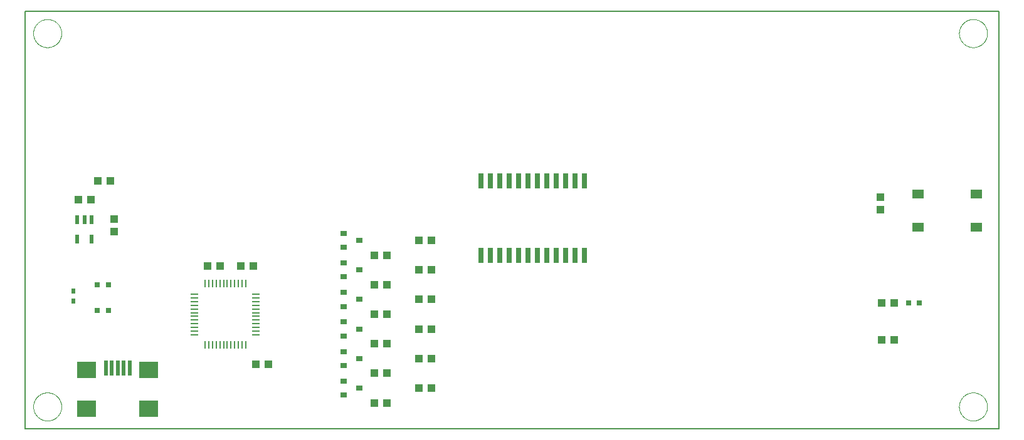
<source format=gtp>
G75*
%MOIN*%
%OFA0B0*%
%FSLAX25Y25*%
%IPPOS*%
%LPD*%
%AMOC8*
5,1,8,0,0,1.08239X$1,22.5*
%
%ADD10C,0.00787*%
%ADD11C,0.00000*%
%ADD12R,0.03937X0.04331*%
%ADD13R,0.04331X0.03937*%
%ADD14R,0.02600X0.08000*%
%ADD15R,0.01142X0.04449*%
%ADD16R,0.04449X0.01142*%
%ADD17R,0.06102X0.05118*%
%ADD18R,0.01969X0.07874*%
%ADD19R,0.09843X0.08661*%
%ADD20R,0.03543X0.03150*%
%ADD21R,0.02362X0.04724*%
%ADD22R,0.03150X0.03150*%
%ADD23R,0.01969X0.02756*%
D10*
X0001394Y0002628D02*
X0001394Y0225069D01*
X0519110Y0225069D01*
X0519110Y0002628D01*
X0001394Y0002628D01*
D11*
X0005725Y0014439D02*
X0005727Y0014623D01*
X0005734Y0014806D01*
X0005745Y0014989D01*
X0005761Y0015172D01*
X0005781Y0015355D01*
X0005806Y0015537D01*
X0005835Y0015718D01*
X0005869Y0015898D01*
X0005907Y0016078D01*
X0005949Y0016256D01*
X0005996Y0016434D01*
X0006047Y0016610D01*
X0006103Y0016785D01*
X0006162Y0016959D01*
X0006226Y0017131D01*
X0006294Y0017301D01*
X0006367Y0017470D01*
X0006443Y0017637D01*
X0006524Y0017802D01*
X0006608Y0017965D01*
X0006697Y0018126D01*
X0006789Y0018284D01*
X0006885Y0018441D01*
X0006986Y0018595D01*
X0007089Y0018746D01*
X0007197Y0018895D01*
X0007308Y0019041D01*
X0007423Y0019184D01*
X0007541Y0019325D01*
X0007663Y0019462D01*
X0007788Y0019597D01*
X0007916Y0019728D01*
X0008047Y0019856D01*
X0008182Y0019981D01*
X0008319Y0020103D01*
X0008460Y0020221D01*
X0008603Y0020336D01*
X0008749Y0020447D01*
X0008898Y0020555D01*
X0009049Y0020658D01*
X0009203Y0020759D01*
X0009360Y0020855D01*
X0009518Y0020947D01*
X0009679Y0021036D01*
X0009842Y0021120D01*
X0010007Y0021201D01*
X0010174Y0021277D01*
X0010343Y0021350D01*
X0010513Y0021418D01*
X0010685Y0021482D01*
X0010859Y0021541D01*
X0011034Y0021597D01*
X0011210Y0021648D01*
X0011388Y0021695D01*
X0011566Y0021737D01*
X0011746Y0021775D01*
X0011926Y0021809D01*
X0012107Y0021838D01*
X0012289Y0021863D01*
X0012472Y0021883D01*
X0012655Y0021899D01*
X0012838Y0021910D01*
X0013021Y0021917D01*
X0013205Y0021919D01*
X0013389Y0021917D01*
X0013572Y0021910D01*
X0013755Y0021899D01*
X0013938Y0021883D01*
X0014121Y0021863D01*
X0014303Y0021838D01*
X0014484Y0021809D01*
X0014664Y0021775D01*
X0014844Y0021737D01*
X0015022Y0021695D01*
X0015200Y0021648D01*
X0015376Y0021597D01*
X0015551Y0021541D01*
X0015725Y0021482D01*
X0015897Y0021418D01*
X0016067Y0021350D01*
X0016236Y0021277D01*
X0016403Y0021201D01*
X0016568Y0021120D01*
X0016731Y0021036D01*
X0016892Y0020947D01*
X0017050Y0020855D01*
X0017207Y0020759D01*
X0017361Y0020658D01*
X0017512Y0020555D01*
X0017661Y0020447D01*
X0017807Y0020336D01*
X0017950Y0020221D01*
X0018091Y0020103D01*
X0018228Y0019981D01*
X0018363Y0019856D01*
X0018494Y0019728D01*
X0018622Y0019597D01*
X0018747Y0019462D01*
X0018869Y0019325D01*
X0018987Y0019184D01*
X0019102Y0019041D01*
X0019213Y0018895D01*
X0019321Y0018746D01*
X0019424Y0018595D01*
X0019525Y0018441D01*
X0019621Y0018284D01*
X0019713Y0018126D01*
X0019802Y0017965D01*
X0019886Y0017802D01*
X0019967Y0017637D01*
X0020043Y0017470D01*
X0020116Y0017301D01*
X0020184Y0017131D01*
X0020248Y0016959D01*
X0020307Y0016785D01*
X0020363Y0016610D01*
X0020414Y0016434D01*
X0020461Y0016256D01*
X0020503Y0016078D01*
X0020541Y0015898D01*
X0020575Y0015718D01*
X0020604Y0015537D01*
X0020629Y0015355D01*
X0020649Y0015172D01*
X0020665Y0014989D01*
X0020676Y0014806D01*
X0020683Y0014623D01*
X0020685Y0014439D01*
X0020683Y0014255D01*
X0020676Y0014072D01*
X0020665Y0013889D01*
X0020649Y0013706D01*
X0020629Y0013523D01*
X0020604Y0013341D01*
X0020575Y0013160D01*
X0020541Y0012980D01*
X0020503Y0012800D01*
X0020461Y0012622D01*
X0020414Y0012444D01*
X0020363Y0012268D01*
X0020307Y0012093D01*
X0020248Y0011919D01*
X0020184Y0011747D01*
X0020116Y0011577D01*
X0020043Y0011408D01*
X0019967Y0011241D01*
X0019886Y0011076D01*
X0019802Y0010913D01*
X0019713Y0010752D01*
X0019621Y0010594D01*
X0019525Y0010437D01*
X0019424Y0010283D01*
X0019321Y0010132D01*
X0019213Y0009983D01*
X0019102Y0009837D01*
X0018987Y0009694D01*
X0018869Y0009553D01*
X0018747Y0009416D01*
X0018622Y0009281D01*
X0018494Y0009150D01*
X0018363Y0009022D01*
X0018228Y0008897D01*
X0018091Y0008775D01*
X0017950Y0008657D01*
X0017807Y0008542D01*
X0017661Y0008431D01*
X0017512Y0008323D01*
X0017361Y0008220D01*
X0017207Y0008119D01*
X0017050Y0008023D01*
X0016892Y0007931D01*
X0016731Y0007842D01*
X0016568Y0007758D01*
X0016403Y0007677D01*
X0016236Y0007601D01*
X0016067Y0007528D01*
X0015897Y0007460D01*
X0015725Y0007396D01*
X0015551Y0007337D01*
X0015376Y0007281D01*
X0015200Y0007230D01*
X0015022Y0007183D01*
X0014844Y0007141D01*
X0014664Y0007103D01*
X0014484Y0007069D01*
X0014303Y0007040D01*
X0014121Y0007015D01*
X0013938Y0006995D01*
X0013755Y0006979D01*
X0013572Y0006968D01*
X0013389Y0006961D01*
X0013205Y0006959D01*
X0013021Y0006961D01*
X0012838Y0006968D01*
X0012655Y0006979D01*
X0012472Y0006995D01*
X0012289Y0007015D01*
X0012107Y0007040D01*
X0011926Y0007069D01*
X0011746Y0007103D01*
X0011566Y0007141D01*
X0011388Y0007183D01*
X0011210Y0007230D01*
X0011034Y0007281D01*
X0010859Y0007337D01*
X0010685Y0007396D01*
X0010513Y0007460D01*
X0010343Y0007528D01*
X0010174Y0007601D01*
X0010007Y0007677D01*
X0009842Y0007758D01*
X0009679Y0007842D01*
X0009518Y0007931D01*
X0009360Y0008023D01*
X0009203Y0008119D01*
X0009049Y0008220D01*
X0008898Y0008323D01*
X0008749Y0008431D01*
X0008603Y0008542D01*
X0008460Y0008657D01*
X0008319Y0008775D01*
X0008182Y0008897D01*
X0008047Y0009022D01*
X0007916Y0009150D01*
X0007788Y0009281D01*
X0007663Y0009416D01*
X0007541Y0009553D01*
X0007423Y0009694D01*
X0007308Y0009837D01*
X0007197Y0009983D01*
X0007089Y0010132D01*
X0006986Y0010283D01*
X0006885Y0010437D01*
X0006789Y0010594D01*
X0006697Y0010752D01*
X0006608Y0010913D01*
X0006524Y0011076D01*
X0006443Y0011241D01*
X0006367Y0011408D01*
X0006294Y0011577D01*
X0006226Y0011747D01*
X0006162Y0011919D01*
X0006103Y0012093D01*
X0006047Y0012268D01*
X0005996Y0012444D01*
X0005949Y0012622D01*
X0005907Y0012800D01*
X0005869Y0012980D01*
X0005835Y0013160D01*
X0005806Y0013341D01*
X0005781Y0013523D01*
X0005761Y0013706D01*
X0005745Y0013889D01*
X0005734Y0014072D01*
X0005727Y0014255D01*
X0005725Y0014439D01*
X0005725Y0213258D02*
X0005727Y0213442D01*
X0005734Y0213625D01*
X0005745Y0213808D01*
X0005761Y0213991D01*
X0005781Y0214174D01*
X0005806Y0214356D01*
X0005835Y0214537D01*
X0005869Y0214717D01*
X0005907Y0214897D01*
X0005949Y0215075D01*
X0005996Y0215253D01*
X0006047Y0215429D01*
X0006103Y0215604D01*
X0006162Y0215778D01*
X0006226Y0215950D01*
X0006294Y0216120D01*
X0006367Y0216289D01*
X0006443Y0216456D01*
X0006524Y0216621D01*
X0006608Y0216784D01*
X0006697Y0216945D01*
X0006789Y0217103D01*
X0006885Y0217260D01*
X0006986Y0217414D01*
X0007089Y0217565D01*
X0007197Y0217714D01*
X0007308Y0217860D01*
X0007423Y0218003D01*
X0007541Y0218144D01*
X0007663Y0218281D01*
X0007788Y0218416D01*
X0007916Y0218547D01*
X0008047Y0218675D01*
X0008182Y0218800D01*
X0008319Y0218922D01*
X0008460Y0219040D01*
X0008603Y0219155D01*
X0008749Y0219266D01*
X0008898Y0219374D01*
X0009049Y0219477D01*
X0009203Y0219578D01*
X0009360Y0219674D01*
X0009518Y0219766D01*
X0009679Y0219855D01*
X0009842Y0219939D01*
X0010007Y0220020D01*
X0010174Y0220096D01*
X0010343Y0220169D01*
X0010513Y0220237D01*
X0010685Y0220301D01*
X0010859Y0220360D01*
X0011034Y0220416D01*
X0011210Y0220467D01*
X0011388Y0220514D01*
X0011566Y0220556D01*
X0011746Y0220594D01*
X0011926Y0220628D01*
X0012107Y0220657D01*
X0012289Y0220682D01*
X0012472Y0220702D01*
X0012655Y0220718D01*
X0012838Y0220729D01*
X0013021Y0220736D01*
X0013205Y0220738D01*
X0013389Y0220736D01*
X0013572Y0220729D01*
X0013755Y0220718D01*
X0013938Y0220702D01*
X0014121Y0220682D01*
X0014303Y0220657D01*
X0014484Y0220628D01*
X0014664Y0220594D01*
X0014844Y0220556D01*
X0015022Y0220514D01*
X0015200Y0220467D01*
X0015376Y0220416D01*
X0015551Y0220360D01*
X0015725Y0220301D01*
X0015897Y0220237D01*
X0016067Y0220169D01*
X0016236Y0220096D01*
X0016403Y0220020D01*
X0016568Y0219939D01*
X0016731Y0219855D01*
X0016892Y0219766D01*
X0017050Y0219674D01*
X0017207Y0219578D01*
X0017361Y0219477D01*
X0017512Y0219374D01*
X0017661Y0219266D01*
X0017807Y0219155D01*
X0017950Y0219040D01*
X0018091Y0218922D01*
X0018228Y0218800D01*
X0018363Y0218675D01*
X0018494Y0218547D01*
X0018622Y0218416D01*
X0018747Y0218281D01*
X0018869Y0218144D01*
X0018987Y0218003D01*
X0019102Y0217860D01*
X0019213Y0217714D01*
X0019321Y0217565D01*
X0019424Y0217414D01*
X0019525Y0217260D01*
X0019621Y0217103D01*
X0019713Y0216945D01*
X0019802Y0216784D01*
X0019886Y0216621D01*
X0019967Y0216456D01*
X0020043Y0216289D01*
X0020116Y0216120D01*
X0020184Y0215950D01*
X0020248Y0215778D01*
X0020307Y0215604D01*
X0020363Y0215429D01*
X0020414Y0215253D01*
X0020461Y0215075D01*
X0020503Y0214897D01*
X0020541Y0214717D01*
X0020575Y0214537D01*
X0020604Y0214356D01*
X0020629Y0214174D01*
X0020649Y0213991D01*
X0020665Y0213808D01*
X0020676Y0213625D01*
X0020683Y0213442D01*
X0020685Y0213258D01*
X0020683Y0213074D01*
X0020676Y0212891D01*
X0020665Y0212708D01*
X0020649Y0212525D01*
X0020629Y0212342D01*
X0020604Y0212160D01*
X0020575Y0211979D01*
X0020541Y0211799D01*
X0020503Y0211619D01*
X0020461Y0211441D01*
X0020414Y0211263D01*
X0020363Y0211087D01*
X0020307Y0210912D01*
X0020248Y0210738D01*
X0020184Y0210566D01*
X0020116Y0210396D01*
X0020043Y0210227D01*
X0019967Y0210060D01*
X0019886Y0209895D01*
X0019802Y0209732D01*
X0019713Y0209571D01*
X0019621Y0209413D01*
X0019525Y0209256D01*
X0019424Y0209102D01*
X0019321Y0208951D01*
X0019213Y0208802D01*
X0019102Y0208656D01*
X0018987Y0208513D01*
X0018869Y0208372D01*
X0018747Y0208235D01*
X0018622Y0208100D01*
X0018494Y0207969D01*
X0018363Y0207841D01*
X0018228Y0207716D01*
X0018091Y0207594D01*
X0017950Y0207476D01*
X0017807Y0207361D01*
X0017661Y0207250D01*
X0017512Y0207142D01*
X0017361Y0207039D01*
X0017207Y0206938D01*
X0017050Y0206842D01*
X0016892Y0206750D01*
X0016731Y0206661D01*
X0016568Y0206577D01*
X0016403Y0206496D01*
X0016236Y0206420D01*
X0016067Y0206347D01*
X0015897Y0206279D01*
X0015725Y0206215D01*
X0015551Y0206156D01*
X0015376Y0206100D01*
X0015200Y0206049D01*
X0015022Y0206002D01*
X0014844Y0205960D01*
X0014664Y0205922D01*
X0014484Y0205888D01*
X0014303Y0205859D01*
X0014121Y0205834D01*
X0013938Y0205814D01*
X0013755Y0205798D01*
X0013572Y0205787D01*
X0013389Y0205780D01*
X0013205Y0205778D01*
X0013021Y0205780D01*
X0012838Y0205787D01*
X0012655Y0205798D01*
X0012472Y0205814D01*
X0012289Y0205834D01*
X0012107Y0205859D01*
X0011926Y0205888D01*
X0011746Y0205922D01*
X0011566Y0205960D01*
X0011388Y0206002D01*
X0011210Y0206049D01*
X0011034Y0206100D01*
X0010859Y0206156D01*
X0010685Y0206215D01*
X0010513Y0206279D01*
X0010343Y0206347D01*
X0010174Y0206420D01*
X0010007Y0206496D01*
X0009842Y0206577D01*
X0009679Y0206661D01*
X0009518Y0206750D01*
X0009360Y0206842D01*
X0009203Y0206938D01*
X0009049Y0207039D01*
X0008898Y0207142D01*
X0008749Y0207250D01*
X0008603Y0207361D01*
X0008460Y0207476D01*
X0008319Y0207594D01*
X0008182Y0207716D01*
X0008047Y0207841D01*
X0007916Y0207969D01*
X0007788Y0208100D01*
X0007663Y0208235D01*
X0007541Y0208372D01*
X0007423Y0208513D01*
X0007308Y0208656D01*
X0007197Y0208802D01*
X0007089Y0208951D01*
X0006986Y0209102D01*
X0006885Y0209256D01*
X0006789Y0209413D01*
X0006697Y0209571D01*
X0006608Y0209732D01*
X0006524Y0209895D01*
X0006443Y0210060D01*
X0006367Y0210227D01*
X0006294Y0210396D01*
X0006226Y0210566D01*
X0006162Y0210738D01*
X0006103Y0210912D01*
X0006047Y0211087D01*
X0005996Y0211263D01*
X0005949Y0211441D01*
X0005907Y0211619D01*
X0005869Y0211799D01*
X0005835Y0211979D01*
X0005806Y0212160D01*
X0005781Y0212342D01*
X0005761Y0212525D01*
X0005745Y0212708D01*
X0005734Y0212891D01*
X0005727Y0213074D01*
X0005725Y0213258D01*
X0497851Y0213258D02*
X0497853Y0213442D01*
X0497860Y0213625D01*
X0497871Y0213808D01*
X0497887Y0213991D01*
X0497907Y0214174D01*
X0497932Y0214356D01*
X0497961Y0214537D01*
X0497995Y0214717D01*
X0498033Y0214897D01*
X0498075Y0215075D01*
X0498122Y0215253D01*
X0498173Y0215429D01*
X0498229Y0215604D01*
X0498288Y0215778D01*
X0498352Y0215950D01*
X0498420Y0216120D01*
X0498493Y0216289D01*
X0498569Y0216456D01*
X0498650Y0216621D01*
X0498734Y0216784D01*
X0498823Y0216945D01*
X0498915Y0217103D01*
X0499011Y0217260D01*
X0499112Y0217414D01*
X0499215Y0217565D01*
X0499323Y0217714D01*
X0499434Y0217860D01*
X0499549Y0218003D01*
X0499667Y0218144D01*
X0499789Y0218281D01*
X0499914Y0218416D01*
X0500042Y0218547D01*
X0500173Y0218675D01*
X0500308Y0218800D01*
X0500445Y0218922D01*
X0500586Y0219040D01*
X0500729Y0219155D01*
X0500875Y0219266D01*
X0501024Y0219374D01*
X0501175Y0219477D01*
X0501329Y0219578D01*
X0501486Y0219674D01*
X0501644Y0219766D01*
X0501805Y0219855D01*
X0501968Y0219939D01*
X0502133Y0220020D01*
X0502300Y0220096D01*
X0502469Y0220169D01*
X0502639Y0220237D01*
X0502811Y0220301D01*
X0502985Y0220360D01*
X0503160Y0220416D01*
X0503336Y0220467D01*
X0503514Y0220514D01*
X0503692Y0220556D01*
X0503872Y0220594D01*
X0504052Y0220628D01*
X0504233Y0220657D01*
X0504415Y0220682D01*
X0504598Y0220702D01*
X0504781Y0220718D01*
X0504964Y0220729D01*
X0505147Y0220736D01*
X0505331Y0220738D01*
X0505515Y0220736D01*
X0505698Y0220729D01*
X0505881Y0220718D01*
X0506064Y0220702D01*
X0506247Y0220682D01*
X0506429Y0220657D01*
X0506610Y0220628D01*
X0506790Y0220594D01*
X0506970Y0220556D01*
X0507148Y0220514D01*
X0507326Y0220467D01*
X0507502Y0220416D01*
X0507677Y0220360D01*
X0507851Y0220301D01*
X0508023Y0220237D01*
X0508193Y0220169D01*
X0508362Y0220096D01*
X0508529Y0220020D01*
X0508694Y0219939D01*
X0508857Y0219855D01*
X0509018Y0219766D01*
X0509176Y0219674D01*
X0509333Y0219578D01*
X0509487Y0219477D01*
X0509638Y0219374D01*
X0509787Y0219266D01*
X0509933Y0219155D01*
X0510076Y0219040D01*
X0510217Y0218922D01*
X0510354Y0218800D01*
X0510489Y0218675D01*
X0510620Y0218547D01*
X0510748Y0218416D01*
X0510873Y0218281D01*
X0510995Y0218144D01*
X0511113Y0218003D01*
X0511228Y0217860D01*
X0511339Y0217714D01*
X0511447Y0217565D01*
X0511550Y0217414D01*
X0511651Y0217260D01*
X0511747Y0217103D01*
X0511839Y0216945D01*
X0511928Y0216784D01*
X0512012Y0216621D01*
X0512093Y0216456D01*
X0512169Y0216289D01*
X0512242Y0216120D01*
X0512310Y0215950D01*
X0512374Y0215778D01*
X0512433Y0215604D01*
X0512489Y0215429D01*
X0512540Y0215253D01*
X0512587Y0215075D01*
X0512629Y0214897D01*
X0512667Y0214717D01*
X0512701Y0214537D01*
X0512730Y0214356D01*
X0512755Y0214174D01*
X0512775Y0213991D01*
X0512791Y0213808D01*
X0512802Y0213625D01*
X0512809Y0213442D01*
X0512811Y0213258D01*
X0512809Y0213074D01*
X0512802Y0212891D01*
X0512791Y0212708D01*
X0512775Y0212525D01*
X0512755Y0212342D01*
X0512730Y0212160D01*
X0512701Y0211979D01*
X0512667Y0211799D01*
X0512629Y0211619D01*
X0512587Y0211441D01*
X0512540Y0211263D01*
X0512489Y0211087D01*
X0512433Y0210912D01*
X0512374Y0210738D01*
X0512310Y0210566D01*
X0512242Y0210396D01*
X0512169Y0210227D01*
X0512093Y0210060D01*
X0512012Y0209895D01*
X0511928Y0209732D01*
X0511839Y0209571D01*
X0511747Y0209413D01*
X0511651Y0209256D01*
X0511550Y0209102D01*
X0511447Y0208951D01*
X0511339Y0208802D01*
X0511228Y0208656D01*
X0511113Y0208513D01*
X0510995Y0208372D01*
X0510873Y0208235D01*
X0510748Y0208100D01*
X0510620Y0207969D01*
X0510489Y0207841D01*
X0510354Y0207716D01*
X0510217Y0207594D01*
X0510076Y0207476D01*
X0509933Y0207361D01*
X0509787Y0207250D01*
X0509638Y0207142D01*
X0509487Y0207039D01*
X0509333Y0206938D01*
X0509176Y0206842D01*
X0509018Y0206750D01*
X0508857Y0206661D01*
X0508694Y0206577D01*
X0508529Y0206496D01*
X0508362Y0206420D01*
X0508193Y0206347D01*
X0508023Y0206279D01*
X0507851Y0206215D01*
X0507677Y0206156D01*
X0507502Y0206100D01*
X0507326Y0206049D01*
X0507148Y0206002D01*
X0506970Y0205960D01*
X0506790Y0205922D01*
X0506610Y0205888D01*
X0506429Y0205859D01*
X0506247Y0205834D01*
X0506064Y0205814D01*
X0505881Y0205798D01*
X0505698Y0205787D01*
X0505515Y0205780D01*
X0505331Y0205778D01*
X0505147Y0205780D01*
X0504964Y0205787D01*
X0504781Y0205798D01*
X0504598Y0205814D01*
X0504415Y0205834D01*
X0504233Y0205859D01*
X0504052Y0205888D01*
X0503872Y0205922D01*
X0503692Y0205960D01*
X0503514Y0206002D01*
X0503336Y0206049D01*
X0503160Y0206100D01*
X0502985Y0206156D01*
X0502811Y0206215D01*
X0502639Y0206279D01*
X0502469Y0206347D01*
X0502300Y0206420D01*
X0502133Y0206496D01*
X0501968Y0206577D01*
X0501805Y0206661D01*
X0501644Y0206750D01*
X0501486Y0206842D01*
X0501329Y0206938D01*
X0501175Y0207039D01*
X0501024Y0207142D01*
X0500875Y0207250D01*
X0500729Y0207361D01*
X0500586Y0207476D01*
X0500445Y0207594D01*
X0500308Y0207716D01*
X0500173Y0207841D01*
X0500042Y0207969D01*
X0499914Y0208100D01*
X0499789Y0208235D01*
X0499667Y0208372D01*
X0499549Y0208513D01*
X0499434Y0208656D01*
X0499323Y0208802D01*
X0499215Y0208951D01*
X0499112Y0209102D01*
X0499011Y0209256D01*
X0498915Y0209413D01*
X0498823Y0209571D01*
X0498734Y0209732D01*
X0498650Y0209895D01*
X0498569Y0210060D01*
X0498493Y0210227D01*
X0498420Y0210396D01*
X0498352Y0210566D01*
X0498288Y0210738D01*
X0498229Y0210912D01*
X0498173Y0211087D01*
X0498122Y0211263D01*
X0498075Y0211441D01*
X0498033Y0211619D01*
X0497995Y0211799D01*
X0497961Y0211979D01*
X0497932Y0212160D01*
X0497907Y0212342D01*
X0497887Y0212525D01*
X0497871Y0212708D01*
X0497860Y0212891D01*
X0497853Y0213074D01*
X0497851Y0213258D01*
X0497851Y0014439D02*
X0497853Y0014623D01*
X0497860Y0014806D01*
X0497871Y0014989D01*
X0497887Y0015172D01*
X0497907Y0015355D01*
X0497932Y0015537D01*
X0497961Y0015718D01*
X0497995Y0015898D01*
X0498033Y0016078D01*
X0498075Y0016256D01*
X0498122Y0016434D01*
X0498173Y0016610D01*
X0498229Y0016785D01*
X0498288Y0016959D01*
X0498352Y0017131D01*
X0498420Y0017301D01*
X0498493Y0017470D01*
X0498569Y0017637D01*
X0498650Y0017802D01*
X0498734Y0017965D01*
X0498823Y0018126D01*
X0498915Y0018284D01*
X0499011Y0018441D01*
X0499112Y0018595D01*
X0499215Y0018746D01*
X0499323Y0018895D01*
X0499434Y0019041D01*
X0499549Y0019184D01*
X0499667Y0019325D01*
X0499789Y0019462D01*
X0499914Y0019597D01*
X0500042Y0019728D01*
X0500173Y0019856D01*
X0500308Y0019981D01*
X0500445Y0020103D01*
X0500586Y0020221D01*
X0500729Y0020336D01*
X0500875Y0020447D01*
X0501024Y0020555D01*
X0501175Y0020658D01*
X0501329Y0020759D01*
X0501486Y0020855D01*
X0501644Y0020947D01*
X0501805Y0021036D01*
X0501968Y0021120D01*
X0502133Y0021201D01*
X0502300Y0021277D01*
X0502469Y0021350D01*
X0502639Y0021418D01*
X0502811Y0021482D01*
X0502985Y0021541D01*
X0503160Y0021597D01*
X0503336Y0021648D01*
X0503514Y0021695D01*
X0503692Y0021737D01*
X0503872Y0021775D01*
X0504052Y0021809D01*
X0504233Y0021838D01*
X0504415Y0021863D01*
X0504598Y0021883D01*
X0504781Y0021899D01*
X0504964Y0021910D01*
X0505147Y0021917D01*
X0505331Y0021919D01*
X0505515Y0021917D01*
X0505698Y0021910D01*
X0505881Y0021899D01*
X0506064Y0021883D01*
X0506247Y0021863D01*
X0506429Y0021838D01*
X0506610Y0021809D01*
X0506790Y0021775D01*
X0506970Y0021737D01*
X0507148Y0021695D01*
X0507326Y0021648D01*
X0507502Y0021597D01*
X0507677Y0021541D01*
X0507851Y0021482D01*
X0508023Y0021418D01*
X0508193Y0021350D01*
X0508362Y0021277D01*
X0508529Y0021201D01*
X0508694Y0021120D01*
X0508857Y0021036D01*
X0509018Y0020947D01*
X0509176Y0020855D01*
X0509333Y0020759D01*
X0509487Y0020658D01*
X0509638Y0020555D01*
X0509787Y0020447D01*
X0509933Y0020336D01*
X0510076Y0020221D01*
X0510217Y0020103D01*
X0510354Y0019981D01*
X0510489Y0019856D01*
X0510620Y0019728D01*
X0510748Y0019597D01*
X0510873Y0019462D01*
X0510995Y0019325D01*
X0511113Y0019184D01*
X0511228Y0019041D01*
X0511339Y0018895D01*
X0511447Y0018746D01*
X0511550Y0018595D01*
X0511651Y0018441D01*
X0511747Y0018284D01*
X0511839Y0018126D01*
X0511928Y0017965D01*
X0512012Y0017802D01*
X0512093Y0017637D01*
X0512169Y0017470D01*
X0512242Y0017301D01*
X0512310Y0017131D01*
X0512374Y0016959D01*
X0512433Y0016785D01*
X0512489Y0016610D01*
X0512540Y0016434D01*
X0512587Y0016256D01*
X0512629Y0016078D01*
X0512667Y0015898D01*
X0512701Y0015718D01*
X0512730Y0015537D01*
X0512755Y0015355D01*
X0512775Y0015172D01*
X0512791Y0014989D01*
X0512802Y0014806D01*
X0512809Y0014623D01*
X0512811Y0014439D01*
X0512809Y0014255D01*
X0512802Y0014072D01*
X0512791Y0013889D01*
X0512775Y0013706D01*
X0512755Y0013523D01*
X0512730Y0013341D01*
X0512701Y0013160D01*
X0512667Y0012980D01*
X0512629Y0012800D01*
X0512587Y0012622D01*
X0512540Y0012444D01*
X0512489Y0012268D01*
X0512433Y0012093D01*
X0512374Y0011919D01*
X0512310Y0011747D01*
X0512242Y0011577D01*
X0512169Y0011408D01*
X0512093Y0011241D01*
X0512012Y0011076D01*
X0511928Y0010913D01*
X0511839Y0010752D01*
X0511747Y0010594D01*
X0511651Y0010437D01*
X0511550Y0010283D01*
X0511447Y0010132D01*
X0511339Y0009983D01*
X0511228Y0009837D01*
X0511113Y0009694D01*
X0510995Y0009553D01*
X0510873Y0009416D01*
X0510748Y0009281D01*
X0510620Y0009150D01*
X0510489Y0009022D01*
X0510354Y0008897D01*
X0510217Y0008775D01*
X0510076Y0008657D01*
X0509933Y0008542D01*
X0509787Y0008431D01*
X0509638Y0008323D01*
X0509487Y0008220D01*
X0509333Y0008119D01*
X0509176Y0008023D01*
X0509018Y0007931D01*
X0508857Y0007842D01*
X0508694Y0007758D01*
X0508529Y0007677D01*
X0508362Y0007601D01*
X0508193Y0007528D01*
X0508023Y0007460D01*
X0507851Y0007396D01*
X0507677Y0007337D01*
X0507502Y0007281D01*
X0507326Y0007230D01*
X0507148Y0007183D01*
X0506970Y0007141D01*
X0506790Y0007103D01*
X0506610Y0007069D01*
X0506429Y0007040D01*
X0506247Y0007015D01*
X0506064Y0006995D01*
X0505881Y0006979D01*
X0505698Y0006968D01*
X0505515Y0006961D01*
X0505331Y0006959D01*
X0505147Y0006961D01*
X0504964Y0006968D01*
X0504781Y0006979D01*
X0504598Y0006995D01*
X0504415Y0007015D01*
X0504233Y0007040D01*
X0504052Y0007069D01*
X0503872Y0007103D01*
X0503692Y0007141D01*
X0503514Y0007183D01*
X0503336Y0007230D01*
X0503160Y0007281D01*
X0502985Y0007337D01*
X0502811Y0007396D01*
X0502639Y0007460D01*
X0502469Y0007528D01*
X0502300Y0007601D01*
X0502133Y0007677D01*
X0501968Y0007758D01*
X0501805Y0007842D01*
X0501644Y0007931D01*
X0501486Y0008023D01*
X0501329Y0008119D01*
X0501175Y0008220D01*
X0501024Y0008323D01*
X0500875Y0008431D01*
X0500729Y0008542D01*
X0500586Y0008657D01*
X0500445Y0008775D01*
X0500308Y0008897D01*
X0500173Y0009022D01*
X0500042Y0009150D01*
X0499914Y0009281D01*
X0499789Y0009416D01*
X0499667Y0009553D01*
X0499549Y0009694D01*
X0499434Y0009837D01*
X0499323Y0009983D01*
X0499215Y0010132D01*
X0499112Y0010283D01*
X0499011Y0010437D01*
X0498915Y0010594D01*
X0498823Y0010752D01*
X0498734Y0010913D01*
X0498650Y0011076D01*
X0498569Y0011241D01*
X0498493Y0011408D01*
X0498420Y0011577D01*
X0498352Y0011747D01*
X0498288Y0011919D01*
X0498229Y0012093D01*
X0498173Y0012268D01*
X0498122Y0012444D01*
X0498075Y0012622D01*
X0498033Y0012800D01*
X0497995Y0012980D01*
X0497961Y0013160D01*
X0497932Y0013341D01*
X0497907Y0013523D01*
X0497887Y0013706D01*
X0497871Y0013889D01*
X0497860Y0014072D01*
X0497853Y0014255D01*
X0497851Y0014439D01*
D12*
X0463402Y0069557D03*
X0456709Y0069557D03*
X0456118Y0119360D03*
X0456118Y0126053D03*
X0217339Y0103022D03*
X0210646Y0103022D03*
X0193717Y0095148D03*
X0187024Y0095148D03*
X0210646Y0087274D03*
X0217339Y0087274D03*
X0193717Y0079400D03*
X0187024Y0079400D03*
X0210646Y0071526D03*
X0217339Y0071526D03*
X0193717Y0063652D03*
X0187024Y0063652D03*
X0210646Y0055778D03*
X0217339Y0055778D03*
X0193717Y0047904D03*
X0187024Y0047904D03*
X0210646Y0040030D03*
X0217339Y0040030D03*
X0193717Y0032156D03*
X0187024Y0032156D03*
X0210646Y0024281D03*
X0217339Y0024281D03*
X0193717Y0016407D03*
X0187024Y0016407D03*
X0048638Y0107549D03*
X0048638Y0114242D03*
X0036236Y0124675D03*
X0029543Y0124675D03*
D13*
X0039976Y0134754D03*
X0046669Y0134754D03*
X0098441Y0089242D03*
X0105134Y0089242D03*
X0116157Y0089242D03*
X0122850Y0089242D03*
X0124071Y0036919D03*
X0130764Y0036919D03*
X0456709Y0049872D03*
X0463402Y0049872D03*
D14*
X0298579Y0095033D03*
X0293579Y0095033D03*
X0288579Y0095033D03*
X0283579Y0095033D03*
X0278579Y0095033D03*
X0273579Y0095033D03*
X0268579Y0095033D03*
X0263579Y0095033D03*
X0258579Y0095033D03*
X0253579Y0095033D03*
X0248579Y0095033D03*
X0243579Y0095033D03*
X0243579Y0134633D03*
X0248579Y0134633D03*
X0253579Y0134633D03*
X0258579Y0134633D03*
X0263579Y0134633D03*
X0268579Y0134633D03*
X0273579Y0134633D03*
X0278579Y0134633D03*
X0283579Y0134633D03*
X0288579Y0134633D03*
X0293579Y0134633D03*
X0298579Y0134633D03*
D15*
X0118697Y0079852D03*
X0116728Y0079852D03*
X0114760Y0079852D03*
X0112791Y0079852D03*
X0110823Y0079852D03*
X0108854Y0079852D03*
X0106886Y0079852D03*
X0104917Y0079852D03*
X0102949Y0079852D03*
X0100980Y0079852D03*
X0099012Y0079852D03*
X0097043Y0079852D03*
X0097043Y0047451D03*
X0099012Y0047451D03*
X0100980Y0047451D03*
X0102949Y0047451D03*
X0104917Y0047451D03*
X0106886Y0047451D03*
X0108854Y0047451D03*
X0110823Y0047451D03*
X0112791Y0047451D03*
X0114760Y0047451D03*
X0116728Y0047451D03*
X0118697Y0047451D03*
D16*
X0123894Y0052648D03*
X0123894Y0054616D03*
X0123894Y0056585D03*
X0123894Y0058553D03*
X0123894Y0060522D03*
X0123894Y0062490D03*
X0123894Y0064459D03*
X0123894Y0066427D03*
X0123894Y0068396D03*
X0123894Y0070364D03*
X0123894Y0072333D03*
X0123894Y0074301D03*
X0091492Y0074301D03*
X0091492Y0072333D03*
X0091492Y0070364D03*
X0091492Y0068396D03*
X0091492Y0066427D03*
X0091492Y0064459D03*
X0091492Y0062490D03*
X0091492Y0060522D03*
X0091492Y0058553D03*
X0091492Y0056585D03*
X0091492Y0054616D03*
X0091492Y0052648D03*
D17*
X0475902Y0109911D03*
X0507201Y0109911D03*
X0507201Y0127628D03*
X0475902Y0127628D03*
D18*
X0056906Y0035108D03*
X0053756Y0035108D03*
X0050606Y0035108D03*
X0047457Y0035108D03*
X0044307Y0035108D03*
D19*
X0034071Y0034124D03*
X0067142Y0034124D03*
X0067142Y0013258D03*
X0034071Y0013258D03*
D20*
X0170685Y0020541D03*
X0178953Y0024281D03*
X0170685Y0028022D03*
X0170685Y0036289D03*
X0178953Y0040030D03*
X0170685Y0043770D03*
X0170685Y0052037D03*
X0178953Y0055778D03*
X0170685Y0059518D03*
X0170685Y0067785D03*
X0178953Y0071526D03*
X0170685Y0075266D03*
X0170685Y0083533D03*
X0178953Y0087274D03*
X0170685Y0091014D03*
X0170685Y0099281D03*
X0178953Y0103022D03*
X0170685Y0106762D03*
D21*
X0036630Y0103785D03*
X0029150Y0103785D03*
X0029150Y0114069D03*
X0032890Y0114069D03*
X0036630Y0114069D03*
D22*
X0039780Y0079400D03*
X0045685Y0079400D03*
X0045685Y0065620D03*
X0039780Y0065620D03*
X0470882Y0069557D03*
X0476787Y0069557D03*
D23*
X0026984Y0070738D03*
X0026984Y0075856D03*
M02*

</source>
